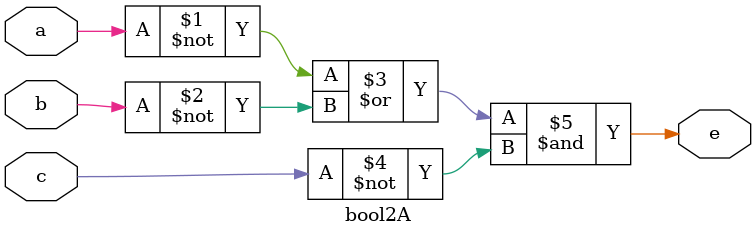
<source format=v>
`timescale 1ns / 1ps


module bool2A(
     input a, b, c,
     output e
    );
    assign e = (~a|~b)&~c;
endmodule

</source>
